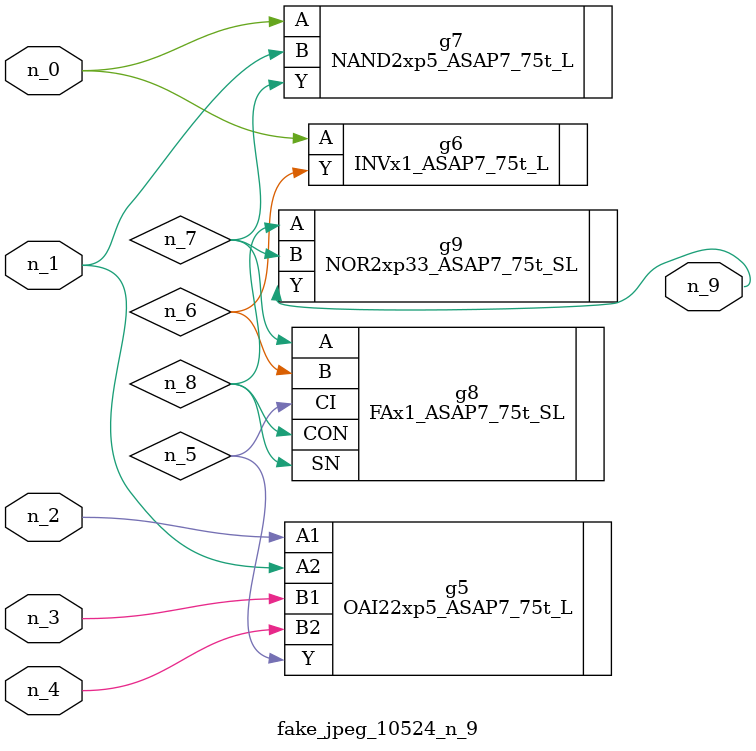
<source format=v>
module fake_jpeg_10524_n_9 (n_3, n_2, n_1, n_0, n_4, n_9);

input n_3;
input n_2;
input n_1;
input n_0;
input n_4;

output n_9;

wire n_8;
wire n_6;
wire n_5;
wire n_7;

OAI22xp5_ASAP7_75t_L g5 ( 
.A1(n_2),
.A2(n_1),
.B1(n_3),
.B2(n_4),
.Y(n_5)
);

INVx1_ASAP7_75t_L g6 ( 
.A(n_0),
.Y(n_6)
);

NAND2xp5_ASAP7_75t_L g7 ( 
.A(n_0),
.B(n_1),
.Y(n_7)
);

FAx1_ASAP7_75t_SL g8 ( 
.A(n_7),
.B(n_6),
.CI(n_5),
.CON(n_8),
.SN(n_8)
);

NOR2xp33_ASAP7_75t_SL g9 ( 
.A(n_8),
.B(n_7),
.Y(n_9)
);


endmodule
</source>
